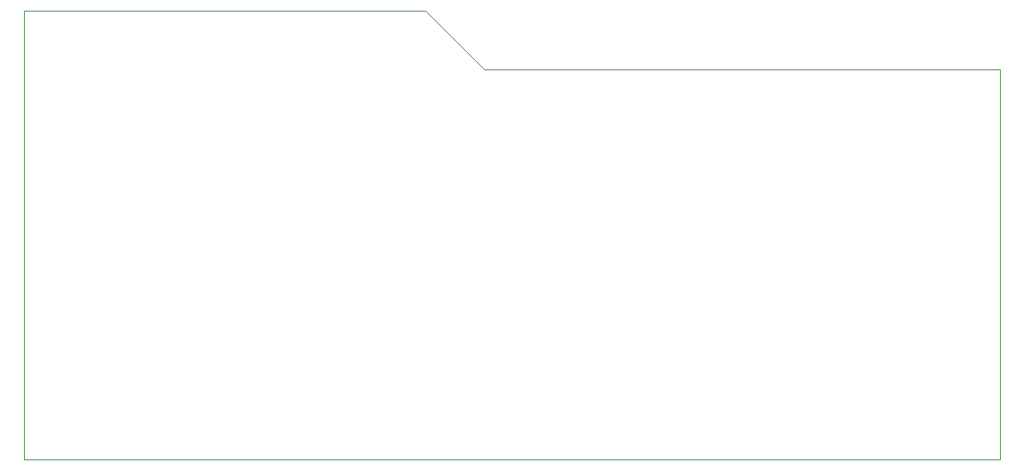
<source format=gbo>
G75*
%MOIN*%
%OFA0B0*%
%FSLAX25Y25*%
%IPPOS*%
%LPD*%
%AMOC8*
5,1,8,0,0,1.08239X$1,22.5*
%
%ADD10C,0.00000*%
D10*
X0027244Y0007496D02*
X0027244Y0188598D01*
X0188661Y0188598D01*
X0212283Y0164976D01*
X0420157Y0164976D01*
X0420157Y0007496D01*
X0027244Y0007496D01*
M02*

</source>
